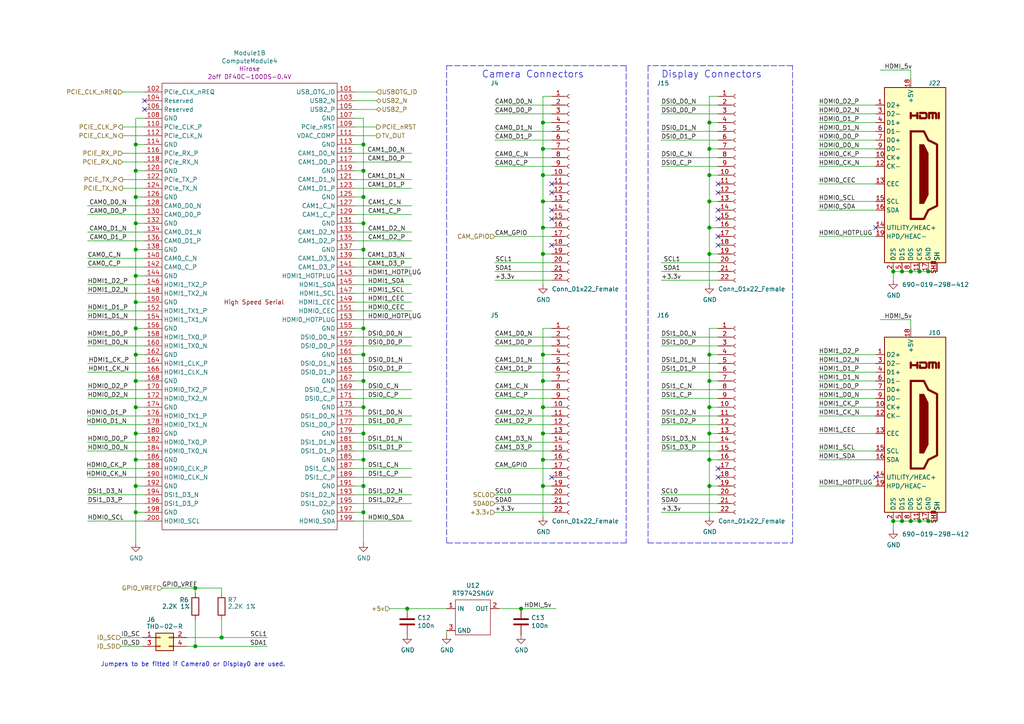
<source format=kicad_sch>
(kicad_sch (version 20231120) (generator "eeschema") (generator_version "8.0")
  (paper "A4")
  (title_block (title "Compute Module 4 IO Board - CM4 - Highspeed") (rev "1") (company "© 2020-2022 Raspberry Pi Ltd (formerly Raspberry Pi (Trading) Ltd.)") (comment 1 "www.raspberrypi.com"))
  (junction (at 56.642 187.452) (diameter 1.016))
  (junction (at 105.41 110.49) (diameter 1.016))
  (junction (at 266.7 151.13) (diameter 1.016))
  (junction (at 157.48 125.73) (diameter 1.016))
  (junction (at 261.62 151.13) (diameter 1.016))
  (junction (at 105.41 49.53) (diameter 1.016))
  (junction (at 39.37 72.39) (diameter 1.016))
  (junction (at 105.41 140.97) (diameter 1.016))
  (junction (at 205.74 140.97) (diameter 1.016))
  (junction (at 39.37 57.15) (diameter 1.016))
  (junction (at 205.74 118.11) (diameter 1.016))
  (junction (at 39.37 110.49) (diameter 1.016))
  (junction (at 105.41 41.91) (diameter 1.016))
  (junction (at 39.37 49.53) (diameter 1.016))
  (junction (at 259.08 151.13) (diameter 1.016))
  (junction (at 105.41 57.15) (diameter 1.016))
  (junction (at 205.74 125.73) (diameter 1.016))
  (junction (at 269.24 78.74) (diameter 1.016))
  (junction (at 259.08 78.74) (diameter 1.016))
  (junction (at 105.41 133.35) (diameter 1.016))
  (junction (at 157.48 102.87) (diameter 1.016))
  (junction (at 39.37 140.97) (diameter 1.016))
  (junction (at 157.48 110.49) (diameter 1.016))
  (junction (at 205.74 43.18) (diameter 1.016))
  (junction (at 105.41 64.77) (diameter 1.016))
  (junction (at 39.37 87.63) (diameter 1.016))
  (junction (at 264.16 78.74) (diameter 1.016))
  (junction (at 205.74 66.04) (diameter 1.016))
  (junction (at 105.41 148.59) (diameter 1.016))
  (junction (at 157.48 35.56) (diameter 1.016))
  (junction (at 157.48 43.18) (diameter 1.016))
  (junction (at 205.74 35.56) (diameter 1.016))
  (junction (at 157.48 118.11) (diameter 1.016))
  (junction (at 39.37 118.11) (diameter 1.016))
  (junction (at 56.642 170.561) (diameter 1.016))
  (junction (at 205.74 58.42) (diameter 1.016))
  (junction (at 157.48 58.42) (diameter 1.016))
  (junction (at 105.41 102.87) (diameter 1.016))
  (junction (at 39.37 148.59) (diameter 1.016))
  (junction (at 157.48 133.35) (diameter 1.016))
  (junction (at 269.24 151.13) (diameter 1.016))
  (junction (at 105.41 118.11) (diameter 1.016))
  (junction (at 205.74 133.35) (diameter 1.016))
  (junction (at 118.11 176.53) (diameter 1.016))
  (junction (at 39.37 64.77) (diameter 1.016))
  (junction (at 205.74 50.8) (diameter 1.016))
  (junction (at 64.262 184.912) (diameter 1.016))
  (junction (at 157.48 66.04) (diameter 1.016))
  (junction (at 39.37 125.73) (diameter 1.016))
  (junction (at 205.74 110.49) (diameter 1.016))
  (junction (at 205.74 73.66) (diameter 1.016))
  (junction (at 39.37 133.35) (diameter 1.016))
  (junction (at 105.41 95.25) (diameter 1.016))
  (junction (at 39.37 41.91) (diameter 1.016))
  (junction (at 105.41 72.39) (diameter 1.016))
  (junction (at 39.37 80.01) (diameter 1.016))
  (junction (at 266.7 78.74) (diameter 1.016))
  (junction (at 157.48 73.66) (diameter 1.016))
  (junction (at 39.37 102.87) (diameter 1.016))
  (junction (at 39.37 95.25) (diameter 1.016))
  (junction (at 157.48 50.8) (diameter 1.016))
  (junction (at 105.41 125.73) (diameter 1.016))
  (junction (at 157.48 140.97) (diameter 1.016))
  (junction (at 205.74 102.87) (diameter 1.016))
  (junction (at 264.16 151.13) (diameter 1.016))
  (junction (at 261.62 78.74) (diameter 1.016))
  (junction (at 151.13 176.53) (diameter 1.016))
  (no_connect (at 208.28 55.88))
  (no_connect (at 254 66.04))
  (no_connect (at 208.28 60.96))
  (no_connect (at 208.28 138.43))
  (no_connect (at 160.02 71.12))
  (no_connect (at 208.28 135.89))
  (no_connect (at 41.91 31.75))
  (no_connect (at 160.02 138.43))
  (no_connect (at 160.02 53.34))
  (no_connect (at 160.02 60.96))
  (no_connect (at 160.02 63.5))
  (no_connect (at 254 138.43))
  (no_connect (at 208.28 68.58))
  (no_connect (at 160.02 55.88))
  (no_connect (at 41.91 29.21))
  (no_connect (at 208.28 71.12))
  (no_connect (at 208.28 63.5))
  (no_connect (at 208.28 53.34))
  (wire (pts (xy 102.87 41.91) (xy 105.41 41.91)))
  (wire (pts (xy 35.052 184.912) (xy 41.402 184.912)))
  (wire (pts (xy 191.77 113.03) (xy 208.28 113.03)))
  (wire (pts (xy 261.62 151.13) (xy 264.16 151.13)))
  (wire (pts (xy 39.37 80.01) (xy 39.37 87.63)))
  (wire (pts (xy 41.91 62.23) (xy 25.4 62.23)))
  (wire (pts (xy 39.37 41.91) (xy 41.91 41.91)))
  (wire (pts (xy 205.74 35.56) (xy 205.74 43.18)))
  (wire (pts (xy 105.41 41.91) (xy 105.41 34.29)))
  (wire (pts (xy 205.74 125.73) (xy 208.28 125.73)))
  (wire (pts (xy 157.48 110.49) (xy 160.02 110.49)))
  (wire (pts (xy 237.49 38.1) (xy 254 38.1)))
  (wire (pts (xy 102.87 29.21) (xy 109.22 29.21)))
  (wire (pts (xy 25.4 82.55) (xy 41.91 82.55)))
  (wire (pts (xy 102.87 59.69) (xy 119.38 59.69)))
  (wire (pts (xy 143.51 45.72) (xy 160.02 45.72)))
  (wire (pts (xy 41.91 44.45) (xy 35.56 44.45)))
  (wire (pts (xy 102.87 113.03) (xy 119.38 113.03)))
  (wire (pts (xy 119.38 130.81) (xy 102.87 130.81)))
  (wire (pts (xy 259.08 151.13) (xy 259.08 153.67)))
  (wire (pts (xy 102.87 148.59) (xy 105.41 148.59)))
  (wire (pts (xy 237.49 40.64) (xy 254 40.64)))
  (wire (pts (xy 237.49 105.41) (xy 254 105.41)))
  (wire (pts (xy 64.262 179.705) (xy 64.262 184.912)))
  (wire (pts (xy 105.41 64.77) (xy 105.41 57.15)))
  (wire (pts (xy 264.16 92.71) (xy 264.16 95.25)))
  (wire (pts (xy 157.48 140.97) (xy 157.48 149.86)))
  (wire (pts (xy 151.13 176.53) (xy 161.29 176.53)))
  (wire (pts (xy 129.54 182.88) (xy 129.54 184.15)))
  (wire (pts (xy 237.49 120.65) (xy 254 120.65)))
  (wire (pts (xy 102.87 107.95) (xy 119.38 107.95)))
  (wire (pts (xy 102.87 67.31) (xy 119.38 67.31)))
  (wire (pts (xy 157.48 102.87) (xy 160.02 102.87)))
  (wire (pts (xy 237.49 125.73) (xy 254 125.73)))
  (wire (pts (xy 39.37 140.97) (xy 39.37 148.59)))
  (wire (pts (xy 39.37 125.73) (xy 39.37 133.35)))
  (wire (pts (xy 191.77 105.41) (xy 208.28 105.41)))
  (wire (pts (xy 39.37 102.87) (xy 41.91 102.87)))
  (wire (pts (xy 119.38 120.65) (xy 102.87 120.65)))
  (wire (pts (xy 143.51 128.27) (xy 160.02 128.27)))
  (wire (pts (xy 205.74 102.87) (xy 205.74 110.49)))
  (wire (pts (xy 208.28 146.05) (xy 191.77 146.05)))
  (wire (pts (xy 119.38 52.07) (xy 102.87 52.07)))
  (wire (pts (xy 102.87 90.17) (xy 119.38 90.17)))
  (wire (pts (xy 237.49 68.58) (xy 254 68.58)))
  (wire (pts (xy 191.77 38.1) (xy 208.28 38.1)))
  (wire (pts (xy 35.56 54.61) (xy 41.91 54.61)))
  (wire (pts (xy 35.052 187.452) (xy 41.402 187.452)))
  (wire (pts (xy 143.51 97.79) (xy 160.02 97.79)))
  (wire (pts (xy 160.02 81.28) (xy 143.51 81.28)))
  (wire (pts (xy 105.41 72.39) (xy 105.41 95.25)))
  (wire (pts (xy 191.77 128.27) (xy 208.28 128.27)))
  (wire (pts (xy 160.02 143.51) (xy 143.51 143.51)))
  (wire (pts (xy 157.48 133.35) (xy 160.02 133.35)))
  (wire (pts (xy 264.16 151.13) (xy 266.7 151.13)))
  (wire (pts (xy 39.37 148.59) (xy 39.37 157.48)))
  (wire (pts (xy 259.08 151.13) (xy 261.62 151.13)))
  (wire (pts (xy 143.51 123.19) (xy 160.02 123.19)))
  (wire (pts (xy 157.48 66.04) (xy 157.48 73.66)))
  (wire (pts (xy 119.38 54.61) (xy 102.87 54.61)))
  (wire (pts (xy 237.49 43.18) (xy 254 43.18)))
  (wire (pts (xy 39.37 110.49) (xy 41.91 110.49)))
  (wire (pts (xy 157.48 125.73) (xy 157.48 133.35)))
  (wire (pts (xy 25.4 74.93) (xy 41.91 74.93)))
  (wire (pts (xy 39.37 57.15) (xy 41.91 57.15)))
  (wire (pts (xy 39.37 87.63) (xy 41.91 87.63)))
  (wire (pts (xy 237.49 140.97) (xy 254 140.97)))
  (wire (pts (xy 237.49 130.81) (xy 254 130.81)))
  (polyline (pts (xy 229.87 157.48) (xy 229.87 19.05)) (stroke (width 0) (type dash)))
  (wire (pts (xy 39.37 110.49) (xy 39.37 118.11)))
  (wire (pts (xy 41.91 148.59) (xy 39.37 148.59)))
  (wire (pts (xy 102.87 102.87) (xy 105.41 102.87)))
  (wire (pts (xy 41.91 138.43) (xy 25.4 138.43)))
  (wire (pts (xy 35.56 52.07) (xy 41.91 52.07)))
  (wire (pts (xy 237.49 133.35) (xy 254 133.35)))
  (wire (pts (xy 237.49 58.42) (xy 254 58.42)))
  (wire (pts (xy 105.41 110.49) (xy 105.41 118.11)))
  (polyline (pts (xy 187.96 157.48) (xy 229.87 157.48)) (stroke (width 0) (type dash)))
  (wire (pts (xy 105.41 57.15) (xy 105.41 49.53)))
  (wire (pts (xy 143.51 135.89) (xy 160.02 135.89)))
  (wire (pts (xy 237.49 45.72) (xy 254 45.72)))
  (wire (pts (xy 25.4 130.81) (xy 41.91 130.81)))
  (wire (pts (xy 191.77 120.65) (xy 208.28 120.65)))
  (wire (pts (xy 237.49 60.96) (xy 254 60.96)))
  (wire (pts (xy 41.91 120.65) (xy 25.4 120.65)))
  (wire (pts (xy 259.08 78.74) (xy 261.62 78.74)))
  (wire (pts (xy 39.37 133.35) (xy 39.37 140.97)))
  (wire (pts (xy 255.27 92.71) (xy 264.16 92.71)))
  (wire (pts (xy 56.642 170.561) (xy 64.262 170.561)))
  (wire (pts (xy 105.41 49.53) (xy 105.41 41.91)))
  (wire (pts (xy 157.48 125.73) (xy 160.02 125.73)))
  (polyline (pts (xy 181.61 157.48) (xy 129.54 157.48)) (stroke (width 0) (type dash)))
  (wire (pts (xy 160.02 95.25) (xy 157.48 95.25)))
  (wire (pts (xy 237.49 30.48) (xy 254 30.48)))
  (wire (pts (xy 160.02 76.2) (xy 143.51 76.2)))
  (wire (pts (xy 41.91 135.89) (xy 25.4 135.89)))
  (wire (pts (xy 41.91 123.19) (xy 25.4 123.19)))
  (wire (pts (xy 237.49 115.57) (xy 254 115.57)))
  (wire (pts (xy 205.74 118.11) (xy 205.74 125.73)))
  (wire (pts (xy 41.91 69.85) (xy 25.4 69.85)))
  (polyline (pts (xy 129.54 157.48) (xy 129.54 19.05)) (stroke (width 0) (type dash)))
  (wire (pts (xy 39.37 95.25) (xy 39.37 102.87)))
  (wire (pts (xy 102.87 143.51) (xy 119.38 143.51)))
  (wire (pts (xy 143.51 38.1) (xy 160.02 38.1)))
  (wire (pts (xy 102.87 133.35) (xy 105.41 133.35)))
  (wire (pts (xy 205.74 58.42) (xy 205.74 66.04)))
  (polyline (pts (xy 129.54 19.05) (xy 181.61 19.05)) (stroke (width 0) (type dash)))
  (wire (pts (xy 143.51 113.03) (xy 160.02 113.03)))
  (wire (pts (xy 25.4 92.71) (xy 41.91 92.71)))
  (wire (pts (xy 56.642 187.452) (xy 77.47 187.452)))
  (wire (pts (xy 56.642 170.561) (xy 56.642 172.085)))
  (wire (pts (xy 35.56 36.83) (xy 41.91 36.83)))
  (wire (pts (xy 143.51 30.48) (xy 160.02 30.48)))
  (polyline (pts (xy 229.87 19.05) (xy 187.96 19.05)) (stroke (width 0) (type dash)))
  (wire (pts (xy 237.49 48.26) (xy 254 48.26)))
  (wire (pts (xy 266.7 78.74) (xy 269.24 78.74)))
  (wire (pts (xy 237.49 110.49) (xy 254 110.49)))
  (wire (pts (xy 259.08 78.74) (xy 259.08 81.28)))
  (wire (pts (xy 205.74 66.04) (xy 205.74 73.66)))
  (wire (pts (xy 39.37 49.53) (xy 39.37 57.15)))
  (wire (pts (xy 237.49 113.03) (xy 254 113.03)))
  (wire (pts (xy 102.87 118.11) (xy 105.41 118.11)))
  (wire (pts (xy 102.87 80.01) (xy 119.38 80.01)))
  (wire (pts (xy 102.87 85.09) (xy 119.38 85.09)))
  (wire (pts (xy 205.74 27.94) (xy 205.74 35.56)))
  (wire (pts (xy 39.37 125.73) (xy 41.91 125.73)))
  (wire (pts (xy 255.27 20.32) (xy 264.16 20.32)))
  (wire (pts (xy 191.77 33.02) (xy 208.28 33.02)))
  (wire (pts (xy 208.28 76.2) (xy 191.77 76.2)))
  (wire (pts (xy 157.48 118.11) (xy 160.02 118.11)))
  (wire (pts (xy 160.02 148.59) (xy 143.51 148.59)))
  (wire (pts (xy 205.74 133.35) (xy 208.28 133.35)))
  (wire (pts (xy 119.38 44.45) (xy 102.87 44.45)))
  (wire (pts (xy 208.28 143.51) (xy 191.77 143.51)))
  (wire (pts (xy 205.74 35.56) (xy 208.28 35.56)))
  (wire (pts (xy 144.78 176.53) (xy 151.13 176.53)))
  (wire (pts (xy 208.28 27.94) (xy 205.74 27.94)))
  (wire (pts (xy 39.37 118.11) (xy 41.91 118.11)))
  (wire (pts (xy 102.87 57.15) (xy 105.41 57.15)))
  (wire (pts (xy 41.91 67.31) (xy 25.4 67.31)))
  (wire (pts (xy 266.7 151.13) (xy 269.24 151.13)))
  (wire (pts (xy 119.38 100.33) (xy 102.87 100.33)))
  (wire (pts (xy 102.87 95.25) (xy 105.41 95.25)))
  (wire (pts (xy 237.49 33.02) (xy 254 33.02)))
  (wire (pts (xy 102.87 62.23) (xy 119.38 62.23)))
  (wire (pts (xy 39.37 95.25) (xy 41.91 95.25)))
  (wire (pts (xy 205.74 125.73) (xy 205.74 133.35)))
  (wire (pts (xy 25.4 97.79) (xy 41.91 97.79)))
  (wire (pts (xy 205.74 43.18) (xy 205.74 50.8)))
  (wire (pts (xy 64.262 170.561) (xy 64.262 172.085)))
  (polyline (pts (xy 187.96 19.05) (xy 187.96 157.48)) (stroke (width 0) (type dash)))
  (wire (pts (xy 205.74 140.97) (xy 208.28 140.97)))
  (wire (pts (xy 208.28 95.25) (xy 205.74 95.25)))
  (wire (pts (xy 39.37 64.77) (xy 39.37 72.39)))
  (wire (pts (xy 205.74 58.42) (xy 208.28 58.42)))
  (wire (pts (xy 102.87 110.49) (xy 105.41 110.49)))
  (wire (pts (xy 157.48 102.87) (xy 157.48 110.49)))
  (wire (pts (xy 118.11 176.53) (xy 129.54 176.53)))
  (wire (pts (xy 205.74 118.11) (xy 208.28 118.11)))
  (wire (pts (xy 105.41 34.29) (xy 102.87 34.29)))
  (wire (pts (xy 25.4 100.33) (xy 41.91 100.33)))
  (wire (pts (xy 205.74 102.87) (xy 208.28 102.87)))
  (wire (pts (xy 105.41 148.59) (xy 105.41 157.48)))
  (wire (pts (xy 208.28 148.59) (xy 191.77 148.59)))
  (wire (pts (xy 105.41 102.87) (xy 105.41 110.49)))
  (wire (pts (xy 157.48 140.97) (xy 160.02 140.97)))
  (wire (pts (xy 191.77 45.72) (xy 208.28 45.72)))
  (wire (pts (xy 25.4 128.27) (xy 41.91 128.27)))
  (wire (pts (xy 237.49 107.95) (xy 254 107.95)))
  (wire (pts (xy 39.37 118.11) (xy 39.37 125.73)))
  (wire (pts (xy 41.91 59.69) (xy 25.4 59.69)))
  (wire (pts (xy 25.4 113.03) (xy 41.91 113.03)))
  (wire (pts (xy 35.56 26.67) (xy 41.91 26.67)))
  (wire (pts (xy 102.87 138.43) (xy 119.38 138.43)))
  (wire (pts (xy 191.77 123.19) (xy 208.28 123.19)))
  (wire (pts (xy 157.48 95.25) (xy 157.48 102.87)))
  (wire (pts (xy 25.4 151.13) (xy 41.91 151.13)))
  (wire (pts (xy 102.87 69.85) (xy 119.38 69.85)))
  (wire (pts (xy 157.48 35.56) (xy 157.48 43.18)))
  (wire (pts (xy 39.37 57.15) (xy 39.37 64.77)))
  (wire (pts (xy 157.48 118.11) (xy 157.48 125.73)))
  (wire (pts (xy 105.41 133.35) (xy 105.41 140.97)))
  (wire (pts (xy 237.49 118.11) (xy 254 118.11)))
  (wire (pts (xy 39.37 41.91) (xy 39.37 49.53)))
  (wire (pts (xy 105.41 125.73) (xy 105.41 133.35)))
  (wire (pts (xy 102.87 125.73) (xy 105.41 125.73)))
  (wire (pts (xy 119.38 77.47) (xy 102.87 77.47)))
  (wire (pts (xy 205.74 66.04) (xy 208.28 66.04)))
  (polyline (pts (xy 181.61 19.05) (xy 181.61 157.48)) (stroke (width 0) (type dash)))
  (wire (pts (xy 237.49 102.87) (xy 254 102.87)))
  (wire (pts (xy 41.91 34.29) (xy 39.37 34.29)))
  (wire (pts (xy 264.16 20.32) (xy 264.16 22.86)))
  (wire (pts (xy 102.87 87.63) (xy 119.38 87.63)))
  (wire (pts (xy 39.37 87.63) (xy 39.37 95.25)))
  (wire (pts (xy 160.02 78.74) (xy 143.51 78.74)))
  (wire (pts (xy 102.87 64.77) (xy 105.41 64.77)))
  (wire (pts (xy 54.102 184.912) (xy 64.262 184.912)))
  (wire (pts (xy 191.77 130.81) (xy 208.28 130.81)))
  (wire (pts (xy 39.37 72.39) (xy 39.37 80.01)))
  (wire (pts (xy 56.642 179.705) (xy 56.642 187.452)))
  (wire (pts (xy 119.38 74.93) (xy 102.87 74.93)))
  (wire (pts (xy 102.87 140.97) (xy 105.41 140.97)))
  (wire (pts (xy 102.87 31.75) (xy 109.22 31.75)))
  (wire (pts (xy 102.87 105.41) (xy 119.38 105.41)))
  (wire (pts (xy 205.74 95.25) (xy 205.74 102.87)))
  (wire (pts (xy 102.87 146.05) (xy 119.38 146.05)))
  (wire (pts (xy 41.91 107.95) (xy 25.4 107.95)))
  (wire (pts (xy 237.49 53.34) (xy 254 53.34)))
  (wire (pts (xy 39.37 102.87) (xy 39.37 110.49)))
  (wire (pts (xy 46.99 170.561) (xy 56.642 170.561)))
  (wire (pts (xy 41.91 140.97) (xy 39.37 140.97)))
  (wire (pts (xy 102.87 135.89) (xy 119.38 135.89)))
  (wire (pts (xy 157.48 35.56) (xy 160.02 35.56)))
  (wire (pts (xy 102.87 92.71) (xy 119.38 92.71)))
  (wire (pts (xy 54.102 187.452) (xy 56.642 187.452)))
  (wire (pts (xy 143.51 33.02) (xy 160.02 33.02)))
  (wire (pts (xy 41.91 46.99) (xy 35.56 46.99)))
  (wire (pts (xy 64.262 184.912) (xy 77.597 184.912)))
  (wire (pts (xy 39.37 72.39) (xy 41.91 72.39)))
  (wire (pts (xy 191.77 100.33) (xy 208.28 100.33)))
  (wire (pts (xy 25.4 115.57) (xy 41.91 115.57)))
  (wire (pts (xy 25.4 77.47) (xy 41.91 77.47)))
  (wire (pts (xy 102.87 72.39) (xy 105.41 72.39)))
  (wire (pts (xy 191.77 107.95) (xy 208.28 107.95)))
  (wire (pts (xy 113.03 176.53) (xy 118.11 176.53)))
  (wire (pts (xy 143.51 100.33) (xy 160.02 100.33)))
  (wire (pts (xy 119.38 123.19) (xy 102.87 123.19)))
  (wire (pts (xy 160.02 27.94) (xy 157.48 27.94)))
  (wire (pts (xy 269.24 151.13) (xy 271.78 151.13)))
  (wire (pts (xy 205.74 43.18) (xy 208.28 43.18)))
  (wire (pts (xy 119.38 46.99) (xy 102.87 46.99)))
  (wire (pts (xy 208.28 78.74) (xy 191.77 78.74)))
  (wire (pts (xy 205.74 50.8) (xy 205.74 58.42)))
  (wire (pts (xy 237.49 35.56) (xy 254 35.56)))
  (wire (pts (xy 105.41 118.11) (xy 105.41 125.73)))
  (wire (pts (xy 119.38 97.79) (xy 102.87 97.79)))
  (wire (pts (xy 205.74 110.49) (xy 205.74 118.11)))
  (wire (pts (xy 205.74 133.35) (xy 205.74 140.97)))
  (wire (pts (xy 119.38 128.27) (xy 102.87 128.27)))
  (wire (pts (xy 143.51 115.57) (xy 160.02 115.57)))
  (wire (pts (xy 143.51 130.81) (xy 160.02 130.81)))
  (wire (pts (xy 157.48 27.94) (xy 157.48 35.56)))
  (wire (pts (xy 157.48 58.42) (xy 157.48 66.04)))
  (wire (pts (xy 143.51 40.64) (xy 160.02 40.64)))
  (wire (pts (xy 205.74 73.66) (xy 208.28 73.66)))
  (wire (pts (xy 102.87 36.83) (xy 109.22 36.83)))
  (wire (pts (xy 25.4 146.05) (xy 41.91 146.05)))
  (wire (pts (xy 191.77 40.64) (xy 208.28 40.64)))
  (wire (pts (xy 205.74 50.8) (xy 208.28 50.8)))
  (wire (pts (xy 105.41 140.97) (xy 105.41 148.59)))
  (wire (pts (xy 205.74 140.97) (xy 205.74 149.86)))
  (wire (pts (xy 205.74 110.49) (xy 208.28 110.49)))
  (wire (pts (xy 191.77 97.79) (xy 208.28 97.79)))
  (wire (pts (xy 105.41 95.25) (xy 105.41 102.87)))
  (wire (pts (xy 191.77 30.48) (xy 208.28 30.48)))
  (wire (pts (xy 157.48 66.04) (xy 160.02 66.04)))
  (wire (pts (xy 269.24 78.74) (xy 271.78 78.74)))
  (wire (pts (xy 25.4 90.17) (xy 41.91 90.17)))
  (wire (pts (xy 157.48 110.49) (xy 157.48 118.11)))
  (wire (pts (xy 157.48 73.66) (xy 157.48 82.55)))
  (wire (pts (xy 157.48 58.42) (xy 160.02 58.42)))
  (wire (pts (xy 39.37 64.77) (xy 41.91 64.77)))
  (wire (pts (xy 157.48 50.8) (xy 160.02 50.8)))
  (wire (pts (xy 191.77 115.57) (xy 208.28 115.57)))
  (wire (pts (xy 25.4 85.09) (xy 41.91 85.09)))
  (wire (pts (xy 39.37 133.35) (xy 41.91 133.35)))
  (wire (pts (xy 191.77 48.26) (xy 208.28 48.26)))
  (wire (pts (xy 105.41 72.39) (xy 105.41 64.77)))
  (wire (pts (xy 157.48 50.8) (xy 157.48 58.42)))
  (wire (pts (xy 157.48 73.66) (xy 160.02 73.66)))
  (wire (pts (xy 143.51 107.95) (xy 160.02 107.95)))
  (wire (pts (xy 205.74 73.66) (xy 205.74 82.55)))
  (wire (pts (xy 160.02 68.58) (xy 143.51 68.58)))
  (wire (pts (xy 102.87 115.57) (xy 119.38 115.57)))
  (wire (pts (xy 39.37 34.29) (xy 39.37 41.91)))
  (wire (pts (xy 35.56 39.37) (xy 41.91 39.37)))
  (wire (pts (xy 143.51 48.26) (xy 160.02 48.26)))
  (wire (pts (xy 41.91 105.41) (xy 25.4 105.41)))
  (wire (pts (xy 157.48 43.18) (xy 157.48 50.8)))
  (wire (pts (xy 208.28 81.28) (xy 191.77 81.28)))
  (wire (pts (xy 39.37 80.01) (xy 41.91 80.01)))
  (wire (pts (xy 39.37 49.53) (xy 41.91 49.53)))
  (wire (pts (xy 261.62 78.74) (xy 264.16 78.74)))
  (wire (pts (xy 102.87 151.13) (xy 119.38 151.13)))
  (wire (pts (xy 109.22 26.67) (xy 102.87 26.67)))
  (wire (pts (xy 25.4 143.51) (xy 41.91 143.51)))
  (wire (pts (xy 160.02 146.05) (xy 143.51 146.05)))
  (wire (pts (xy 102.87 49.53) (xy 105.41 49.53)))
  (wire (pts (xy 157.48 133.35) (xy 157.48 140.97)))
  (wire (pts (xy 157.48 43.18) (xy 160.02 43.18)))
  (wire (pts (xy 143.51 105.41) (xy 160.02 105.41)))
  (wire (pts (xy 143.51 120.65) (xy 160.02 120.65)))
  (wire (pts (xy 102.87 39.37) (xy 109.22 39.37)))
  (wire (pts (xy 264.16 78.74) (xy 266.7 78.74)))
  (wire (pts (xy 102.87 82.55) (xy 119.38 82.55)))
  (text "Jumpers to be fitted if Camera0 or Display0 are used.\n" (at 82.804 193.548 0) (effects (font (size 1.27 1.27)) (justify right bottom)))
  (text "Camera Connectors" (at 139.7 22.86 0) (effects (font (size 2.0066 2.0066)) (justify left bottom)))
  (text "Display Connectors" (at 191.77 22.86 0) (effects (font (size 2.0066 2.0066)) (justify left bottom)))
  (label "CAM0_D1_P" (at 143.51 40.64 0))
  (label "HDMI1_D1_P" (at 237.49 107.95 0))
  (label "HDMI0_CK_P" (at 36.83 135.89 180))
  (label "CAM1_D0_N" (at 143.51 97.79 0))
  (label "HDMI1_HOTPLUG" (at 106.68 80.01 0))
  (label "HDMI0_D2_N" (at 237.49 33.02 0))
  (label "DSI0_C_P" (at 106.68 115.57 0))
  (label "SCL1" (at 77.47 184.912 180))
  (label "DSI1_C_P" (at 191.77 115.57 0))
  (label "HDMI0_D2_N" (at 25.4 115.57 0))
  (label "HDMI0_D0_P" (at 237.49 40.64 0))
  (label "DSI1_D0_N" (at 116.84 120.65 180))
  (label "HDMI1_D2_P" (at 237.49 102.87 0))
  (label "HDMI0_SDA" (at 106.68 151.13 0))
  (label "CAM0_D0_P" (at 36.83 62.23 180))
  (label "DSI1_C_N" (at 191.77 113.03 0))
  (label "HDMI0_D0_N" (at 237.49 43.18 0))
  (label "HDMI0_SCL" (at 237.49 58.42 0))
  (label "GPIO_VREF" (at 46.99 170.561 0))
  (label "HDMI0_HOTPLUG" (at 106.68 92.71 0))
  (label "DSI1_D1_N" (at 116.84 128.27 180))
  (label "CAM1_D1_P" (at 143.51 107.95 0))
  (label "CAM0_C_P" (at 25.4 77.47 0))
  (label "DSI0_D0_P" (at 191.77 33.02 0))
  (label "CAM1_C_P" (at 143.51 115.57 0))
  (label "HDMI1_SCL" (at 237.49 130.81 0))
  (label "CAM1_D2_N" (at 143.51 120.65 0))
  (label "CAM0_D1_P" (at 36.83 69.85 180))
  (label "HDMI0_CK_N" (at 36.83 138.43 180))
  (label "CAM1_D3_N" (at 117.475 74.93 180))
  (label "CAM0_D0_N" (at 36.83 59.69 180))
  (label "DSI1_D0_P" (at 116.84 123.19 180))
  (label "DSI1_D2_P" (at 191.77 123.19 0))
  (label "HDMI_5v" (at 256.54 20.32 0))
  (label "HDMI0_CK_N" (at 237.49 48.26 0))
  (label "+3.3v" (at 191.77 81.28 0))
  (label "HDMI0_SCL" (at 25.4 151.13 0))
  (label "CAM1_D0_N" (at 117.475 44.45 180))
  (label "HDMI1_D0_N" (at 25.4 100.33 0))
  (label "CAM1_D2_P" (at 106.68 69.85 0))
  (label "CAM_GPIO" (at 143.51 135.89 0))
  (label "DSI1_C_P" (at 106.68 138.43 0))
  (label "HDMI0_HOTPLUG" (at 237.49 68.58 0))
  (label "HDMI0_D1_P" (at 36.83 120.65 180))
  (label "CAM1_C_P" (at 106.68 62.23 0))
  (label "SCL1" (at 148.59 76.2 180))
  (label "SDA1" (at 197.358 78.74 180))
  (label "DSI0_C_N" (at 106.68 113.03 0))
  (label "DSI1_D1_P" (at 116.84 130.81 180))
  (label "DSI0_D1_N" (at 191.77 38.1 0))
  (label "CAM1_D0_P" (at 117.475 46.99 180))
  (label "DSI1_D0_P" (at 191.77 100.33 0))
  (label "HDMI0_D0_N" (at 25.4 130.81 0))
  (label "HDMI0_D0_P" (at 25.4 128.27 0))
  (label "CAM1_D3_P" (at 117.475 77.47 180))
  (label "HDMI0_D1_N" (at 36.83 123.19 180))
  (label "CAM1_D3_P" (at 143.51 130.81 0))
  (label "SCL0" (at 191.77 143.51 0))
  (label "DSI0_D0_N" (at 191.77 30.48 0))
  (label "CAM1_D1_N" (at 117.475 52.07 180))
  (label "DSI0_D1_P" (at 191.77 40.64 0))
  (label "DSI0_D0_N" (at 116.84 97.79 180))
  (label "DSI1_D3_P" (at 25.4 146.05 0))
  (label "DSI1_D1_P" (at 191.77 107.95 0))
  (label "DSI1_D1_N" (at 191.77 105.41 0))
  (label "CAM1_D0_P" (at 143.51 100.33 0))
  (label "DSI1_D0_N" (at 191.77 97.79 0))
  (label "HDMI1_D0_P" (at 25.4 97.79 0))
  (label "HDMI0_CK_P" (at 237.49 45.72 0))
  (label "DSI0_D1_N" (at 106.68 105.41 0))
  (label "CAM1_D3_N" (at 143.51 128.27 0))
  (label "+3.3v" (at 191.77 148.59 0))
  (label "SDA0" (at 191.77 146.05 0))
  (label "SDA1" (at 77.47 187.452 180))
  (label "HDMI1_D2_N" (at 237.49 105.41 0))
  (label "HDMI1_D1_N" (at 25.4 92.71 0))
  (label "HDMI1_CEC" (at 237.49 125.73 0))
  (label "HDMI_5v" (at 160.02 176.53 180))
  (label "HDMI1_CK_P" (at 37.465 105.41 180))
  (label "HDMI_5v" (at 256.54 92.71 0))
  (label "CAM1_D1_P" (at 117.475 54.61 180))
  (label "HDMI1_SDA" (at 106.68 82.55 0))
  (label "DSI0_D1_P" (at 106.68 107.95 0))
  (label "HDMI1_CK_N" (at 237.49 120.65 0))
  (label "CAM0_D0_P" (at 143.51 33.02 0))
  (label "DSI0_C_N" (at 191.77 45.72 0))
  (label "HDMI1_SDA" (at 237.49 133.35 0))
  (label "HDMI1_D2_N" (at 25.4 85.09 0))
  (label "HDMI0_CEC" (at 106.68 90.17 0))
  (label "HDMI0_D2_P" (at 25.4 113.03 0))
  (label "CAM0_D1_N" (at 143.51 38.1 0))
  (label "CAM1_D2_P" (at 143.51 123.19 0))
  (label "DSI0_C_P" (at 191.77 48.26 0))
  (label "HDMI0_SDA" (at 237.49 60.96 0))
  (label "DSI1_D3_N" (at 25.4 143.51 0))
  (label "SDA1" (at 148.59 78.74 180))
  (label "HDMI1_CK_P" (at 237.49 118.11 0))
  (label "DSI1_D2_N" (at 191.77 120.65 0))
  (label "ID_SC" (at 40.64 184.912 180))
  (label "SCL1" (at 197.358 76.2 180))
  (label "CAM0_C_N" (at 143.51 45.72 0))
  (label "+3.3v" (at 143.51 81.28 0))
  (label "CAM1_C_N" (at 106.68 59.69 0))
  (label "CAM0_C_N" (at 25.4 74.93 0))
  (label "HDMI1_SCL" (at 106.68 85.09 0))
  (label "HDMI0_D2_P" (at 237.49 30.48 0))
  (label "CAM0_C_P" (at 143.51 48.26 0))
  (label "HDMI1_D1_N" (at 237.49 110.49 0))
  (label "DSI1_D3_P" (at 191.77 130.81 0))
  (label "SCL0" (at 143.51 143.51 0))
  (label "CAM_GPIO" (at 143.51 68.58 0))
  (label "CAM1_D1_N" (at 143.51 105.41 0))
  (label "HDMI1_D2_P" (at 25.4 82.55 0))
  (label "DSI1_D2_P" (at 106.68 146.05 0))
  (label "ID_SD" (at 40.64 187.452 180))
  (label "+3.3v" (at 143.51 148.59 0))
  (label "HDMI0_D1_P" (at 237.49 35.56 0))
  (label "HDMI1_D0_N" (at 237.49 115.57 0))
  (label "HDMI0_CEC" (at 237.49 53.34 0))
  (label "HDMI1_D1_P" (at 25.4 90.17 0))
  (label "CAM1_C_N" (at 143.51 113.03 0))
  (label "SDA0" (at 143.51 146.05 0))
  (label "CAM0_D0_N" (at 143.51 30.48 0))
  (label "DSI0_D0_P" (at 116.84 100.33 180))
  (label "HDMI0_D1_N" (at 237.49 38.1 0))
  (label "DSI1_D2_N" (at 106.68 143.51 0))
  (label "HDMI1_HOTPLUG" (at 237.49 140.97 0))
  (label "HDMI1_D0_P" (at 237.49 113.03 0))
  (label "HDMI1_CK_N" (at 37.465 107.95 180))
  (label "DSI1_D3_N" (at 191.77 128.27 0))
  (label "CAM1_D2_N" (at 106.68 67.31 0))
  (label "HDMI1_CEC" (at 106.68 87.63 0))
  (label "DSI1_C_N" (at 106.68 135.89 0))
  (label "CAM0_D1_N" (at 36.83 67.31 180))
  (hierarchical_label "SCL0" (shape input) (at 143.51 143.51 180))
  (hierarchical_label "PCIE_RX_P" (shape input) (at 35.56 44.45 180))
  (hierarchical_label "TV_OUT" (shape output) (at 109.22 39.37 0))
  (hierarchical_label "PCIE_CLK_N" (shape output) (at 35.56 39.37 180))
  (hierarchical_label "PCIE_nRST" (shape output) (at 109.22 36.83 0))
  (hierarchical_label "ID_SC" (shape input) (at 35.052 184.912 180))
  (hierarchical_label "PCIE_RX_N" (shape input) (at 35.56 46.99 180))
  (hierarchical_label "ID_SD" (shape input) (at 35.052 187.452 180))
  (hierarchical_label "PCIE_CLK_nREQ" (shape input) (at 35.56 26.67 180))
  (hierarchical_label "CAM_GPIO" (shape input) (at 143.51 68.58 180))
  (hierarchical_label "GPIO_VREF" (shape input) (at 46.99 170.561 180))
  (hierarchical_label "USBOTG_ID" (shape input) (at 109.22 26.67 0))
  (hierarchical_label "SDA0" (shape input) (at 143.51 146.05 180))
  (hierarchical_label "+3.3v" (shape input) (at 143.51 148.59 180))
  (hierarchical_label "USB2_P" (shape bidirectional) (at 109.22 31.75 0))
  (hierarchical_label "PCIE_TX_N" (shape output) (at 35.56 54.61 180))
  (hierarchical_label "+5v" (shape input) (at 113.03 176.53 180))
  (hierarchical_label "PCIE_TX_P" (shape output) (at 35.56 52.07 180))
  (hierarchical_label "USB2_N" (shape bidirectional) (at 109.22 29.21 0))
  (hierarchical_label "PCIE_CLK_P" (shape output) (at 35.56 36.83 180))
  (symbol (lib_id "power:GND") (at 259.08 81.28 0) (unit 1)
    (property "Reference" "#PWR0128" (effects (hide yes)))
    (property "Value" "GND" (at 259.207 85.6742 0))
  )
  (symbol (lib_id "power:GND") (at 259.08 153.67 0) (unit 1)
    (property "Reference" "#PWR0129" (effects (hide yes)))
    (property "Value" "GND" (at 259.207 158.0642 0))
  )
  (symbol (lib_id "power:GND") (at 105.41 157.48 0) (unit 1)
    (property "Reference" "#PWR0130" (effects (hide yes)))
    (property "Value" "GND" (at 105.537 161.8742 0))
  )
  (symbol (lib_id "power:GND") (at 39.37 157.48 0) (unit 1)
    (property "Reference" "#PWR0131" (effects (hide yes)))
    (property "Value" "GND" (at 39.497 161.8742 0))
  )
  (symbol (lib_id "Connector:Conn_01x22_Female") (at 165.1 53.34 0) (unit 1)
    (property "Reference" "J4" (at 142.24 24.13 0) (effects (justify left)))
    (property "Value" "Conn_01x22_Female" (at 160.02 83.82 0) (effects (justify left)))
    (property "Footprint" "CM4IO:Hirose_FH12-22S-0.5SH_1x22-1MP_P0.50mm_Horizontal" (effects (hide yes)))
    (property "Datasheet" "https://www.hirose.com/product/document?clcode=&productname=&series=FH12&documenttype=Catalog&lang=en&documentid=D31648_en" (effects (hide yes)))
    (property "Field4" "Mouser" (effects (hide yes)))
    (property "Field5" "798-FH12-22S-0.5SH55" (effects (hide yes)))
    (property "Field6" "FH12-22S-0.5SH55" (effects (hide yes)))
    (property "Field7" "Hirose" (effects (hide yes)))
    (property "Part Description" "22 Position FFC, FPC Connector Contacts, Bottom 0.020\" (0.50mm) Surface Mount, Right Angle" (effects (hide yes)))
  )
  (symbol (lib_id "power:GND") (at 157.48 82.55 0) (unit 1)
    (property "Reference" "#PWR0132" (effects (hide yes)))
    (property "Value" "GND" (at 157.607 86.9442 0))
  )
  (symbol (lib_id "power:GND") (at 205.74 82.55 0) (unit 1)
    (property "Reference" "#PWR0133" (effects (hide yes)))
    (property "Value" "GND" (at 205.867 86.9442 0))
  )
  (symbol (lib_id "power:GND") (at 157.48 149.86 0) (unit 1)
    (property "Reference" "#PWR0134" (effects (hide yes)))
    (property "Value" "GND" (at 157.607 154.2542 0))
  )
  (symbol (lib_id "power:GND") (at 205.74 149.86 0) (unit 1)
    (property "Reference" "#PWR0135" (effects (hide yes)))
    (property "Value" "GND" (at 205.867 154.2542 0))
  )
  (symbol (lib_id "Device:R") (at 56.642 175.895 0) (unit 1)
    (property "Reference" "R6" (at 52.07 173.99 0) (effects (justify left)))
    (property "Value" "2.2K 1%" (at 46.99 175.895 0) (effects (justify left)))
    (property "Footprint" "Resistor_SMD:R_0402_1005Metric" (effects (hide yes)))
    (property "Datasheet" "https://fscdn.rohm.com/en/products/databook/datasheet/passive/resistor/chip_resistor/mcr-e.pdf" (effects (hide yes)))
    (property "Field4" "Farnell" (effects (hide yes)))
    (property "Field5" "9239278" (effects (hide yes)))
    (property "Field7" "KOA EUROPE GMBH" (effects (hide yes)))
    (property "Field6" "RK73G1ETQTP2201D         " (effects (hide yes)))
    (property "Part Description" "Resistor 2.2K M1005 1% 63mW" (effects (hide yes)))
    (property "Field8" "120889581" (effects (hide yes)))
  )
  (symbol (lib_id "Device:R") (at 64.262 175.895 0) (unit 1)
    (property "Reference" "R7" (at 66.04 173.99 0) (effects (justify left)))
    (property "Value" "2.2K 1%" (at 66.04 175.895 0) (effects (justify left)))
    (property "Footprint" "Resistor_SMD:R_0402_1005Metric" (effects (hide yes)))
    (property "Datasheet" "https://fscdn.rohm.com/en/products/databook/datasheet/passive/resistor/chip_resistor/mcr-e.pdf" (effects (hide yes)))
    (property "Field4" "Farnell" (effects (hide yes)))
    (property "Field5" "9239278" (effects (hide yes)))
    (property "Field7" "KOA EUROPE GMBH" (effects (hide yes)))
    (property "Field6" "RK73G1ETQTP2201D         " (effects (hide yes)))
    (property "Part Description" "Resistor 2.2K M1005 1% 63mW" (effects (hide yes)))
    (property "Field8" "120889581" (effects (hide yes)))
  )
  (symbol (lib_id "Connector:Conn_01x22_Female") (at 165.1 120.65 0) (unit 1)
    (property "Reference" "J5" (at 142.24 91.44 0) (effects (justify left)))
    (property "Value" "Conn_01x22_Female" (at 160.02 151.13 0) (effects (justify left)))
    (property "Footprint" "CM4IO:Hirose_FH12-22S-0.5SH_1x22-1MP_P0.50mm_Horizontal" (effects (hide yes)))
    (property "Datasheet" "https://www.hirose.com/product/document?clcode=&productname=&series=FH12&documenttype=Catalog&lang=en&documentid=D31648_en" (effects (hide yes)))
    (property "Field4" "Mouser" (effects (hide yes)))
    (property "Field5" "798-FH12-22S-0.5SH55" (effects (hide yes)))
    (property "Field6" "FH12-22S-0.5SH55" (effects (hide yes)))
    (property "Field7" "Hirose" (effects (hide yes)))
    (property "Part Description" "22 Position FFC, FPC Connector Contacts, Bottom 0.020\" (0.50mm) Surface Mount, Right Angle" (effects (hide yes)))
  )
  (symbol (lib_id "Connector:Conn_01x22_Female") (at 213.36 53.34 0) (unit 1)
    (property "Reference" "J15" (at 190.5 24.13 0) (effects (justify left)))
    (property "Value" "Conn_01x22_Female" (at 208.28 83.82 0) (effects (justify left)))
    (property "Footprint" "CM4IO:Hirose_FH12-22S-0.5SH_1x22-1MP_P0.50mm_Horizontal" (effects (hide yes)))
    (property "Datasheet" "https://www.hirose.com/product/document?clcode=&productname=&series=FH12&documenttype=Catalog&lang=en&documentid=D31648_en" (effects (hide yes)))
    (property "Field4" "Mouser" (effects (hide yes)))
    (property "Field5" "798-FH12-22S-0.5SH55" (effects (hide yes)))
    (property "Field6" "FH12-22S-0.5SH55" (effects (hide yes)))
    (property "Field7" "Hirose" (effects (hide yes)))
    (property "Part Description" "22 Position FFC, FPC Connector Contacts, Bottom 0.020\" (0.50mm) Surface Mount, Right Angle" (effects (hide yes)))
  )
  (symbol (lib_id "Connector:Conn_01x22_Female") (at 213.36 120.65 0) (unit 1)
    (property "Reference" "J16" (at 190.5 91.44 0) (effects (justify left)))
    (property "Value" "Conn_01x22_Female" (at 208.28 151.13 0) (effects (justify left)))
    (property "Footprint" "CM4IO:Hirose_FH12-22S-0.5SH_1x22-1MP_P0.50mm_Horizontal" (effects (hide yes)))
    (property "Datasheet" "https://www.hirose.com/product/document?clcode=&productname=&series=FH12&documenttype=Catalog&lang=en&documentid=D31648_en" (effects (hide yes)))
    (property "Field4" "Mouser" (effects (hide yes)))
    (property "Field5" "798-FH12-22S-0.5SH55" (effects (hide yes)))
    (property "Field6" "FH12-22S-0.5SH55" (effects (hide yes)))
    (property "Field7" "Hirose" (effects (hide yes)))
    (property "Part Description" "22 Position FFC, FPC Connector Contacts, Bottom 0.020\" (0.50mm) Surface Mount, Right Angle" (effects (hide yes)))
  )
  (symbol (lib_id "CM4IO:HDMI_A_1.4") (at 264.16 50.8 0) (unit 1)
    (property "Reference" "J22" (at 269.24 24.13 0) (effects (justify left)))
    (property "Value" "690-019-298-412" (at 261.62 82.55 0) (effects (justify left)))
    (property "Footprint" "CM4IO:EDAC 690-019-298-412" (effects (hide yes)))
    (property "Datasheet" "https://www.tme.eu/Document/f15dffbcfad8545e17826f72d36911c8/206A-SEAN-R03.pdf" (effects (hide yes)))
    (property "Field4" "Farnell" (effects (hide yes)))
    (property "Field5" "2614936" (effects (hide yes)))
    (property "Field6" "690-019-298-412" (effects (hide yes)))
    (property "Field7" "EDAC" (effects (hide yes)))
    (property "Part Description" "HDMI Connector, Right Angle, 19 Contacts, Receptacle, Surface Mount, Surface Mount Right Angle" (effects (hide yes)))
    (property "Field8" "UCON00802" (effects (hide yes)))
  )
  (symbol (lib_id "CM4IO:HDMI_A_1.4") (at 264.16 123.19 0) (unit 1)
    (property "Reference" "J10" (at 269.24 96.52 0) (effects (justify left)))
    (property "Value" "690-019-298-412" (at 261.62 154.94 0) (effects (justify left)))
    (property "Footprint" "CM4IO:EDAC 690-019-298-412" (effects (hide yes)))
    (property "Datasheet" "https://www.tme.eu/Document/f15dffbcfad8545e17826f72d36911c8/206A-SEAN-R03.pdf" (effects (hide yes)))
    (property "Field4" "Farnell" (effects (hide yes)))
    (property "Field5" "2614936" (effects (hide yes)))
    (property "Field6" "690-019-298-412" (effects (hide yes)))
    (property "Field7" "EDAC" (effects (hide yes)))
    (property "Part Description" "HDMI Connector, Right Angle, 19 Contacts, Receptacle, Surface Mount, Surface Mount Right Angle" (effects (hide yes)))
    (property "Field8" "UCON00802" (effects (hide yes)))
  )
  (symbol (lib_id "Device:C") (at 151.13 180.34 0) (unit 1)
    (property "Reference" "C13" (at 154.051 179.1716 0) (effects (justify left)))
    (property "Value" "100n" (at 154.051 181.483 0) (effects (justify left)))
    (property "Footprint" "Capacitor_SMD:C_0402_1005Metric" (effects (hide yes)))
    (property "Datasheet" "https://search.murata.co.jp/Ceramy/image/img/A01X/G101/ENG/GRM155R71C104KA88-01.pdf" (effects (hide yes)))
    (property "Field4" "Farnell" (effects (hide yes)))
    (property "Field5" "2611911" (effects (hide yes)))
    (property "Field6" "RM EMK105 B7104KV-F" (effects (hide yes)))
    (property "Field7" "TAIYO YUDEN EUROPE GMBH" (effects (hide yes)))
    (property "Part Description" "	0.1uF 10% 16V Ceramic Capacitor X7R 0402 (1005 Metric)" (effects (hide yes)))
    (property "Field8" "110091611" (effects (hide yes)))
  )
  (symbol (lib_id "Device:C") (at 118.11 180.34 0) (unit 1)
    (property "Reference" "C12" (at 121.031 179.1716 0) (effects (justify left)))
    (property "Value" "100n" (at 121.031 181.483 0) (effects (justify left)))
    (property "Footprint" "Capacitor_SMD:C_0402_1005Metric" (effects (hide yes)))
    (property "Datasheet" "https://search.murata.co.jp/Ceramy/image/img/A01X/G101/ENG/GRM155R71C104KA88-01.pdf" (effects (hide yes)))
    (property "Field4" "Farnell" (effects (hide yes)))
    (property "Field5" "2611911" (effects (hide yes)))
    (property "Field6" "RM EMK105 B7104KV-F" (effects (hide yes)))
    (property "Field7" "TAIYO YUDEN EUROPE GMBH" (effects (hide yes)))
    (property "Part Description" "	0.1uF 10% 16V Ceramic Capacitor X7R 0402 (1005 Metric)" (effects (hide yes)))
    (property "Field8" "110091611" (effects (hide yes)))
  )
  (symbol (lib_id "CM4IO:RT9742SNGV") (at 134.62 180.34 0) (unit 1)
    (property "Reference" "U12" (at 137.16 169.799 0))
    (property "Value" "RT9742SNGV" (at 137.16 172.1104 0))
    (property "Footprint" "Package_TO_SOT_SMD:SOT-23" (effects (hide yes)))
    (property "Datasheet" "https://www.richtek.com/assets/product_file/RT9742/DS9742-09.pdf" (effects (hide yes)))
    (property "Field4" "Farnell" (effects (hide yes)))
    (property "Field5" "2575555" (effects (hide yes)))
    (property "Field6" "RT9742SNGV" (effects (hide yes)))
    (property "Field7" "RichTek" (effects (hide yes)))
    (property "Part Description" "Power Switch/Driver 1:1 N-Channel 500mA SOT-23-3" (effects (hide yes)))
    (property "Field8" "USWI00155" (effects (hide yes)))
  )
  (symbol (lib_id "power:GND") (at 151.13 184.15 0) (unit 1)
    (property "Reference" "#PWR0136" (effects (hide yes)))
    (property "Value" "GND" (at 151.257 188.5442 0))
  )
  (symbol (lib_id "power:GND") (at 118.11 184.15 0) (unit 1)
    (property "Reference" "#PWR0137" (effects (hide yes)))
    (property "Value" "GND" (at 118.237 188.5442 0))
  )
  (symbol (lib_id "power:GND") (at 129.54 184.15 0) (unit 1)
    (property "Reference" "#PWR0138" (effects (hide yes)))
    (property "Value" "GND" (at 129.667 188.5442 0))
  )
  (symbol (lib_id "CM4IO:ComputeModule4-CM4") (at -67.31 87.63 0) (unit 2)
    (property "Reference" "Module1" (at 72.39 15.367 0))
    (property "Value" "ComputeModule4" (at 72.39 17.6784 0))
    (property "Footprint" "CM4IO:Raspberry-Pi-4-Compute-Module" (effects (hide yes)))
    (property "Field4" "Hirose" (at 72.39 19.9644 0))
    (property "Field5" "2off DF40C-100DS-0.4V" (at 72.39 22.2758 0))
    (property "Field6" "2off DF40C-100DS-0.4V" (effects (hide yes)))
    (property "Field7" "Hirose" (effects (hide yes)))
    (property "Part Description" "	100 Position Connector Receptacle, Center Strip Contacts Surface Mount Gold" (effects (hide yes)))
  )
  (symbol (lib_id "Connector_Generic:Conn_02x02_Odd_Even") (at 46.482 184.912 0) (unit 1)
    (property "Reference" "J6" (at 43.815 179.705 0))
    (property "Value" "THD-02-R" (at 47.752 181.7116 0))
    (property "Footprint" "Connector_PinHeader_2.54mm:PinHeader_2x02_P2.54mm_Vertical" (effects (hide yes)))
    (property "Datasheet" "https://www.toby.co.uk/uploads/publications/1673.pdf" (effects (hide yes)))
    (property "Field4" "Toby" (effects (hide yes)))
    (property "Field5" "THD-02-R" (effects (hide yes)))
    (property "Field6" "151-604-425-761" (effects (hide yes)))
    (property "Field7" "EDAC" (effects (hide yes)))
    (property "Field8" "UCON00791" (effects (hide yes)))
    (property "Part Description" "PinHeader_2x02_P2.54mm_Vertical" (effects (hide yes)))
  )
)
</source>
